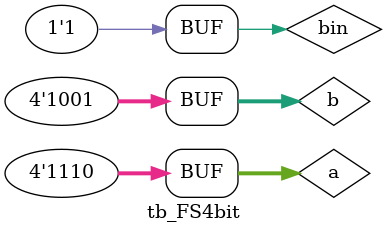
<source format=v>
`timescale 1ns / 1ps


module tb_FS4bit;

	// Inputs
	reg [3:0] a;
	reg [3:0] b;
	reg bin;

	// Outputs
	wire [3:0] diff;
	wire bout;

	// Instantiate the Unit Under Test (UUT)
	FS_4bit uut (
		.a(a), 
		.b(b), 
		.bin(bin), 
		.diff(diff), 
		.bout(bout)
	);

	initial begin
		// Initialize Inputs
		a = 0;
		b = 0;
		bin = 0;

		// Wait 100 ns for global reset to finish
		#100; a=4'hc;b=4'h9;bin=0;
		#100; a=4'h9;b=4'hc;bin=0;
		#100; a=4'he;b=4'hc;bin=1;
		#100; a=4'he;b=4'h9;bin=1;
        
		// Add stimulus here

	end
      
endmodule


</source>
